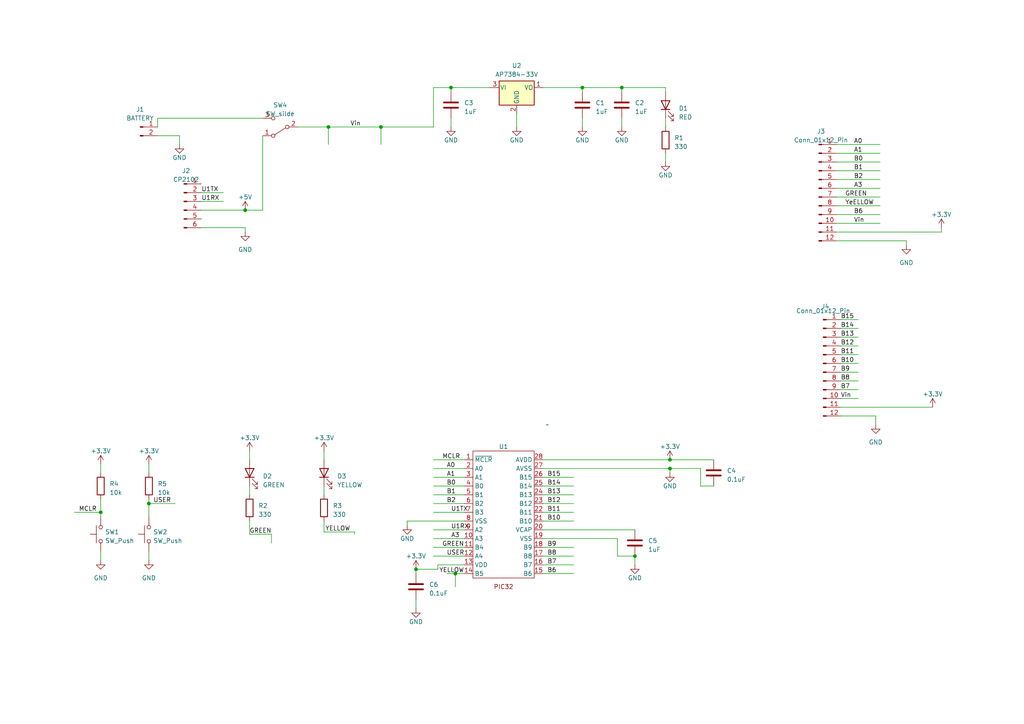
<source format=kicad_sch>
(kicad_sch (version 20230121) (generator eeschema)
  (paper "A4")
  (lib_symbols
    (symbol "Connector:Conn_01x02_Pin" (pin_names (offset 1.016) hide)
      (property "Reference" "J" (at 0 2.54 0))
      (property "Value" "Conn_01x02_Pin" (at 0 -5.08 0))
      (symbol "Conn_01x02_Pin_1_1"
        (polyline (pts (xy 1.27 -2.54) (xy 0.8636 -2.54)) (stroke (width 0.1524)))
        (polyline (pts (xy 1.27 0) (xy 0.8636 0)) (stroke (width 0.1524)))
        (rectangle (start 0.8636 -2.413) (end 0 -2.667) (stroke (width 0.1524)) (fill (type outline)))
        (rectangle (start 0.8636 0.127) (end 0 -0.127) (stroke (width 0.1524)) (fill (type outline)))
        (pin passive line (at 5.08 0 180) (length 3.81) (name "Pin_1") (number "1"))
        (pin passive line (at 5.08 -2.54 180) (length 3.81) (name "Pin_2") (number "2"))
      )
    )
    (symbol "Connector:Conn_01x06_Pin" (pin_names (offset 1.016) hide)
      (property "Reference" "J" (at 0 7.62 0))
      (property "Value" "Conn_01x06_Pin" (at 0 -10.16 0))
      (symbol "Conn_01x06_Pin_1_1"
        (polyline (pts (xy 1.27 -7.62) (xy 0.8636 -7.62)) (stroke (width 0.1524)))
        (polyline (pts (xy 1.27 -5.08) (xy 0.8636 -5.08)) (stroke (width 0.1524)))
        (polyline (pts (xy 1.27 -2.54) (xy 0.8636 -2.54)) (stroke (width 0.1524)))
        (polyline (pts (xy 1.27 0) (xy 0.8636 0)) (stroke (width 0.1524)))
        (polyline (pts (xy 1.27 2.54) (xy 0.8636 2.54)) (stroke (width 0.1524)))
        (polyline (pts (xy 1.27 5.08) (xy 0.8636 5.08)) (stroke (width 0.1524)))
        (rectangle (start 0.8636 -7.493) (end 0 -7.747) (stroke (width 0.1524)) (fill (type outline)))
        (rectangle (start 0.8636 -4.953) (end 0 -5.207) (stroke (width 0.1524)) (fill (type outline)))
        (rectangle (start 0.8636 -2.413) (end 0 -2.667) (stroke (width 0.1524)) (fill (type outline)))
        (rectangle (start 0.8636 0.127) (end 0 -0.127) (stroke (width 0.1524)) (fill (type outline)))
        (rectangle (start 0.8636 2.667) (end 0 2.413) (stroke (width 0.1524)) (fill (type outline)))
        (rectangle (start 0.8636 5.207) (end 0 4.953) (stroke (width 0.1524)) (fill (type outline)))
        (pin passive line (at 5.08 5.08 180) (length 3.81) (name "Pin_1") (number "1"))
        (pin passive line (at 5.08 2.54 180) (length 3.81) (name "Pin_2") (number "2"))
        (pin passive line (at 5.08 0 180) (length 3.81) (name "Pin_3") (number "3"))
        (pin passive line (at 5.08 -2.54 180) (length 3.81) (name "Pin_4") (number "4"))
        (pin passive line (at 5.08 -5.08 180) (length 3.81) (name "Pin_5") (number "5"))
        (pin passive line (at 5.08 -7.62 180) (length 3.81) (name "Pin_6") (number "6"))
      )
    )
    (symbol "Connector:Conn_01x12_Pin" (pin_names (offset 1.016) hide)
      (property "Reference" "J" (at 0 15.24 0))
      (property "Value" "Conn_01x12_Pin" (at 0 -17.78 0))
      (symbol "Conn_01x12_Pin_1_1"
        (polyline (pts (xy 1.27 -15.24) (xy 0.8636 -15.24)) (stroke (width 0.1524)))
        (polyline (pts (xy 1.27 -12.7) (xy 0.8636 -12.7)) (stroke (width 0.1524)))
        (polyline (pts (xy 1.27 -10.16) (xy 0.8636 -10.16)) (stroke (width 0.1524)))
        (polyline (pts (xy 1.27 -7.62) (xy 0.8636 -7.62)) (stroke (width 0.1524)))
        (polyline (pts (xy 1.27 -5.08) (xy 0.8636 -5.08)) (stroke (width 0.1524)))
        (polyline (pts (xy 1.27 -2.54) (xy 0.8636 -2.54)) (stroke (width 0.1524)))
        (polyline (pts (xy 1.27 0) (xy 0.8636 0)) (stroke (width 0.1524)))
        (polyline (pts (xy 1.27 2.54) (xy 0.8636 2.54)) (stroke (width 0.1524)))
        (polyline (pts (xy 1.27 5.08) (xy 0.8636 5.08)) (stroke (width 0.1524)))
        (polyline (pts (xy 1.27 7.62) (xy 0.8636 7.62)) (stroke (width 0.1524)))
        (polyline (pts (xy 1.27 10.16) (xy 0.8636 10.16)) (stroke (width 0.1524)))
        (polyline (pts (xy 1.27 12.7) (xy 0.8636 12.7)) (stroke (width 0.1524)))
        (rectangle (start 0.8636 -15.113) (end 0 -15.367) (stroke (width 0.1524)) (fill (type outline)))
        (rectangle (start 0.8636 -12.573) (end 0 -12.827) (stroke (width 0.1524)) (fill (type outline)))
        (rectangle (start 0.8636 -10.033) (end 0 -10.287) (stroke (width 0.1524)) (fill (type outline)))
        (rectangle (start 0.8636 -7.493) (end 0 -7.747) (stroke (width 0.1524)) (fill (type outline)))
        (rectangle (start 0.8636 -4.953) (end 0 -5.207) (stroke (width 0.1524)) (fill (type outline)))
        (rectangle (start 0.8636 -2.413) (end 0 -2.667) (stroke (width 0.1524)) (fill (type outline)))
        (rectangle (start 0.8636 0.127) (end 0 -0.127) (stroke (width 0.1524)) (fill (type outline)))
        (rectangle (start 0.8636 2.667) (end 0 2.413) (stroke (width 0.1524)) (fill (type outline)))
        (rectangle (start 0.8636 5.207) (end 0 4.953) (stroke (width 0.1524)) (fill (type outline)))
        (rectangle (start 0.8636 7.747) (end 0 7.493) (stroke (width 0.1524)) (fill (type outline)))
        (rectangle (start 0.8636 10.287) (end 0 10.033) (stroke (width 0.1524)) (fill (type outline)))
        (rectangle (start 0.8636 12.827) (end 0 12.573) (stroke (width 0.1524)) (fill (type outline)))
        (pin passive line (at 5.08 12.7 180) (length 3.81) (name "Pin_1") (number "1"))
        (pin passive line (at 5.08 -10.16 180) (length 3.81) (name "Pin_10") (number "10"))
        (pin passive line (at 5.08 -12.7 180) (length 3.81) (name "Pin_11") (number "11"))
        (pin passive line (at 5.08 -15.24 180) (length 3.81) (name "Pin_12") (number "12"))
        (pin passive line (at 5.08 10.16 180) (length 3.81) (name "Pin_2") (number "2"))
        (pin passive line (at 5.08 7.62 180) (length 3.81) (name "Pin_3") (number "3"))
        (pin passive line (at 5.08 5.08 180) (length 3.81) (name "Pin_4") (number "4"))
        (pin passive line (at 5.08 2.54 180) (length 3.81) (name "Pin_5") (number "5"))
        (pin passive line (at 5.08 0 180) (length 3.81) (name "Pin_6") (number "6"))
        (pin passive line (at 5.08 -2.54 180) (length 3.81) (name "Pin_7") (number "7"))
        (pin passive line (at 5.08 -5.08 180) (length 3.81) (name "Pin_8") (number "8"))
        (pin passive line (at 5.08 -7.62 180) (length 3.81) (name "Pin_9") (number "9"))
      )
    )
    (symbol "Switch:SW_Push" (pin_numbers hide) (pin_names (offset 1.016) hide)
      (property "Reference" "SW" (at 1.27 2.54 0))
      (property "Value" "SW_Push" (at 0 -1.524 0))
      (symbol "SW_Push_0_1"
        (circle (center -2.032 0) (radius 0.508))
        (polyline (pts (xy 0 1.27) (xy 0 3.048)))
        (polyline (pts (xy 2.54 1.27) (xy -2.54 1.27)))
        (circle (center 2.032 0) (radius 0.508))
        (pin passive line (at -5.08 0 0) (length 2.54) (name "1") (number "1"))
        (pin passive line (at 5.08 0 180) (length 2.54) (name "2") (number "2"))
      )
    )
    (symbol "Switch:SW_SPDT" (pin_names (offset 0) hide)
      (property "Reference" "SW" (at 0 4.318 0))
      (property "Value" "SW_SPDT" (at 0 -5.08 0))
      (symbol "SW_SPDT_0_0"
        (circle (center -2.032 0) (radius 0.508))
        (circle (center 2.032 -2.54) (radius 0.508))
      )
      (symbol "SW_SPDT_0_1"
        (polyline (pts (xy -1.524 0.254) (xy 1.651 2.286)))
        (circle (center 2.032 2.54) (radius 0.508))
      )
      (symbol "SW_SPDT_1_1"
        (pin passive line (at 5.08 2.54 180) (length 2.54) (name "A") (number "1"))
        (pin passive line (at -5.08 0 0) (length 2.54) (name "B") (number "2"))
        (pin passive line (at 5.08 -2.54 180) (length 2.54) (name "C") (number "3"))
      )
    )
    (symbol "hw4.2:AP7384-33V" (pin_names (offset 0.254))
      (property "Reference" "U" (at -3.81 3.175 0))
      (property "Value" "AP7384-33V" (at 0 3.175 0))
      (symbol "AP7384-33V_0_1"
        (rectangle (start -5.08 1.905) (end 5.08 -5.08) (stroke (width 0.254)) (fill (type background)))
      )
      (symbol "AP7384-33V_1_1"
        (pin power_out line (at 7.62 0 180) (length 2.54) (name "VO") (number "1"))
        (pin power_in line (at 0 -7.62 90) (length 2.54) (name "GND") (number "2"))
        (pin power_in line (at -7.62 0 0) (length 2.54) (name "VI") (number "3"))
      )
    )
    (symbol "hw4.2:C" (pin_numbers hide) (pin_names (offset 0.254))
      (property "Reference" "C" (at 0.635 2.54 0))
      (property "Value" "C" (at 0.635 -2.54 0))
      (symbol "C_0_1"
        (polyline (pts (xy -2.032 -0.762) (xy 2.032 -0.762)) (stroke (width 0.508)))
        (polyline (pts (xy -2.032 0.762) (xy 2.032 0.762)) (stroke (width 0.508)))
      )
      (symbol "C_1_1"
        (pin passive line (at 0 3.81 270) (length 2.794) (name "~") (number "1"))
        (pin passive line (at 0 -3.81 90) (length 2.794) (name "~") (number "2"))
      )
    )
    (symbol "hw4.2:GND" (power) (pin_names (offset 0))
      (property "Value" "GND" (at 0 -3.81 0))
      (symbol "GND_0_1"
        (polyline (pts (xy 0 0) (xy 0 -1.27) (xy 1.27 -1.27) (xy 0 -2.54) (xy -1.27 -1.27) (xy 0 -1.27)))
      )
    )
    (symbol "hw4.2:LED" (pin_numbers hide) (pin_names (offset 1.016) hide)
      (property "Reference" "D" (at 0 2.54 0))
      (property "Value" "LED" (at 0 -2.54 0))
      (symbol "LED_0_1"
        (polyline (pts (xy -1.27 -1.27) (xy -1.27 1.27)) (stroke (width 0.254)))
        (polyline (pts (xy -1.27 0) (xy 1.27 0)))
        (polyline (pts (xy 1.27 -1.27) (xy 1.27 1.27) (xy -1.27 0) (xy 1.27 -1.27)) (stroke (width 0.254)))
        (polyline (pts (xy -3.048 -0.762) (xy -4.572 -2.286) (xy -3.81 -2.286) (xy -4.572 -2.286) (xy -4.572 -1.524)))
        (polyline (pts (xy -1.778 -0.762) (xy -3.302 -2.286) (xy -2.54 -2.286) (xy -3.302 -2.286) (xy -3.302 -1.524)))
      )
      (symbol "LED_1_1"
        (pin passive line (at -3.81 0 0) (length 2.54) (name "K") (number "1"))
        (pin passive line (at 3.81 0 180) (length 2.54) (name "A") (number "2"))
      )
    )
    (symbol "hw4.2:PIC32"
      (property "Reference" "U" (at 15.24 22.86 0))
      (symbol "PIC32_0_1"
        (rectangle (start -8.89 17.78) (end 8.89 -19.05))
      )
      (symbol "PIC32_1_1"
        (text "PIC32" (at 0 -21.59 0) (effects (font (size 1.27 1.27))))
        (pin input line (at -11.43 15.24 0) (length 2.54) (name "~{MCLR}") (number "1"))
        (pin input line (at -11.43 -7.62 0) (length 2.54) (name "A3") (number "10"))
        (pin input line (at -11.43 -10.16 0) (length 2.54) (name "B4") (number "11"))
        (pin input line (at -11.43 -12.7 0) (length 2.54) (name "A4") (number "12"))
        (pin input line (at -11.43 -15.24 0) (length 2.54) (name "VDD") (number "13"))
        (pin input line (at -11.43 -17.78 0) (length 2.54) (name "B5") (number "14"))
        (pin input line (at 11.43 -17.78 180) (length 2.54) (name "B6") (number "15"))
        (pin input line (at 11.43 -15.24 180) (length 2.54) (name "B7") (number "16"))
        (pin input line (at 11.43 -12.7 180) (length 2.54) (name "B8") (number "17"))
        (pin input line (at 11.43 -10.16 180) (length 2.54) (name "B9") (number "18"))
        (pin input line (at 11.43 -7.62 180) (length 2.54) (name "VSS") (number "19"))
        (pin input line (at -11.43 12.7 0) (length 2.54) (name "A0") (number "2"))
        (pin input line (at 11.43 -5.08 180) (length 2.54) (name "VCAP") (number "20"))
        (pin input line (at 11.43 -2.54 180) (length 2.54) (name "B10") (number "21"))
        (pin input line (at 11.43 0 180) (length 2.54) (name "B11") (number "22"))
        (pin input line (at 11.43 2.54 180) (length 2.54) (name "B12") (number "23"))
        (pin input line (at 11.43 5.08 180) (length 2.54) (name "B13") (number "24"))
        (pin input line (at 11.43 7.62 180) (length 2.54) (name "B14") (number "25"))
        (pin input line (at 11.43 10.16 180) (length 2.54) (name "B15") (number "26"))
        (pin input line (at 11.43 12.7 180) (length 2.54) (name "AVSS") (number "27"))
        (pin input line (at 11.43 15.24 180) (length 2.54) (name "AVDD") (number "28"))
        (pin input line (at -11.43 10.16 0) (length 2.54) (name "A1") (number "3"))
        (pin input line (at -11.43 7.62 0) (length 2.54) (name "B0") (number "4"))
        (pin input line (at -11.43 5.08 0) (length 2.54) (name "B1") (number "5"))
        (pin input line (at -11.43 2.54 0) (length 2.54) (name "B2") (number "6"))
        (pin input line (at -11.43 0 0) (length 2.54) (name "B3") (number "7"))
        (pin input line (at -11.43 -2.54 0) (length 2.54) (name "VSS") (number "8"))
        (pin input line (at -11.43 -5.08 0) (length 2.54) (name "A2") (number "9"))
      )
    )
    (symbol "hw4.2:R" (pin_numbers hide) (pin_names (offset 0))
      (property "Reference" "R" (at -5.08 0 90))
      (property "Value" "330" (at 3.81 0 90))
      (symbol "R_0_1"
        (rectangle (start -1.016 -2.54) (end 1.016 2.54) (stroke (width 0.254)))
      )
      (symbol "R_1_1"
        (pin passive line (at 0 3.81 270) (length 1.27) (name "~") (number "1"))
        (pin passive line (at 0 -3.81 90) (length 1.27) (name "~") (number "2"))
      )
    )
    (symbol "hw4.2:R_10k" (pin_numbers hide) (pin_names (offset 0))
      (property "Reference" "R" (at -5.08 0 90))
      (property "Value" "R_10k" (at 3.81 0 90))
      (symbol "R_10k_0_1"
        (rectangle (start -1.016 -2.54) (end 1.016 2.54) (stroke (width 0.254)))
      )
      (symbol "R_10k_1_1"
        (pin passive line (at 0 3.81 270) (length 1.27) (name "~") (number "1"))
        (pin passive line (at 0 -3.81 90) (length 1.27) (name "~") (number "2"))
      )
    )
    (symbol "power:+3.3V" (power) (pin_names (offset 0))
      (property "Value" "+3.3V" (at 0 3.556 0))
      (symbol "+3.3V_0_1"
        (polyline (pts (xy -0.762 1.27) (xy 0 2.54)))
        (polyline (pts (xy 0 0) (xy 0 2.54)))
        (polyline (pts (xy 0 2.54) (xy 0.762 1.27)))
      )
      (symbol "+3.3V_1_1"
        (pin power_in line (at 0 0 90) (length 0) hide (name "+3.3V") (number "1"))
      )
    )
    (symbol "power:+5V" (power) (pin_names (offset 0))
      (property "Value" "+5V" (at 0 3.556 0))
      (symbol "+5V_0_1"
        (polyline (pts (xy -0.762 1.27) (xy 0 2.54)))
        (polyline (pts (xy 0 0) (xy 0 2.54)))
        (polyline (pts (xy 0 2.54) (xy 0.762 1.27)))
      )
      (symbol "+5V_1_1"
        (pin power_in line (at 0 0 90) (length 0) hide (name "+5V") (number "1"))
      )
    )
  )
  (junction (at 194.31 133.35))
  (junction (at 180.34 25.4))
  (junction (at 184.15 161.29))
  (junction (at 95.25 36.83))
  (junction (at 71.12 60.96))
  (junction (at 130.81 25.4))
  (junction (at 168.91 25.4))
  (junction (at 194.31 135.89))
  (junction (at 120.65 165.1))
  (junction (at 29.21 148.59))
  (junction (at 110.49 36.83))
  (junction (at 43.18 146.05))
  (junction (at 132.08 166.37))
  (wire (pts (xy 168.91 34.29) (xy 168.91 36.83)))
  (wire (pts (xy 132.08 166.37) (xy 134.62 166.37)))
  (wire (pts (xy 29.21 148.59) (xy 29.21 149.86)))
  (wire (pts (xy 93.98 154.305) (xy 93.98 151.13)))
  (wire (pts (xy 194.31 133.35) (xy 207.01 133.35)))
  (wire (pts (xy 243.84 105.41) (xy 248.92 105.41)))
  (wire (pts (xy 72.39 154.94) (xy 72.39 151.13)))
  (wire (pts (xy 132.08 166.37) (xy 132.08 170.18)))
  (wire (pts (xy 130.81 25.4) (xy 130.81 26.67)))
  (wire (pts (xy 180.34 25.4) (xy 180.34 26.67)))
  (wire (pts (xy 157.48 25.4) (xy 168.91 25.4)))
  (wire (pts (xy 242.57 49.53) (xy 255.27 49.53)))
  (wire (pts (xy 76.2 39.37) (xy 76.2 60.96)))
  (wire (pts (xy 43.18 134.62) (xy 43.18 137.16)))
  (wire (pts (xy 142.24 25.4) (xy 130.81 25.4)))
  (wire (pts (xy 149.86 33.02) (xy 149.86 36.83)))
  (wire (pts (xy 248.92 97.79) (xy 243.84 97.79)))
  (wire (pts (xy 93.98 140.97) (xy 93.98 143.51)))
  (wire (pts (xy 120.65 165.1) (xy 120.65 166.37)))
  (wire (pts (xy 157.48 153.67) (xy 184.15 153.67)))
  (wire (pts (xy 262.89 71.12) (xy 262.89 69.85)))
  (wire (pts (xy 102.87 154.305) (xy 102.87 154.94)))
  (wire (pts (xy 242.57 62.23) (xy 255.27 62.23)))
  (wire (pts (xy 86.36 36.83) (xy 95.25 36.83)))
  (wire (pts (xy 125.73 25.4) (xy 130.81 25.4)))
  (wire (pts (xy 29.21 160.02) (xy 29.21 162.56)))
  (wire (pts (xy 127 165.1) (xy 120.65 165.1)))
  (wire (pts (xy 157.48 156.21) (xy 179.07 156.21)))
  (wire (pts (xy 125.73 158.75) (xy 134.62 158.75)))
  (wire (pts (xy 102.87 154.305) (xy 93.98 154.305)))
  (wire (pts (xy 157.48 146.05) (xy 166.37 146.05)))
  (wire (pts (xy 179.07 156.21) (xy 179.07 161.29)))
  (wire (pts (xy 134.62 153.67) (xy 125.73 153.67)))
  (wire (pts (xy 125.73 36.83) (xy 125.73 25.4)))
  (wire (pts (xy 193.04 25.4) (xy 193.04 26.67)))
  (wire (pts (xy 203.2 135.89) (xy 194.31 135.89)))
  (wire (pts (xy 76.2 34.29) (xy 45.72 34.29)))
  (wire (pts (xy 129.54 166.37) (xy 132.08 166.37)))
  (wire (pts (xy 29.21 144.78) (xy 29.21 148.59)))
  (wire (pts (xy 43.18 146.05) (xy 43.18 149.86)))
  (wire (pts (xy 193.04 34.29) (xy 193.04 36.83)))
  (wire (pts (xy 243.84 118.11) (xy 270.51 118.11)))
  (wire (pts (xy 71.12 66.04) (xy 58.42 66.04)))
  (wire (pts (xy 254 123.19) (xy 254 120.65)))
  (wire (pts (xy 58.42 60.96) (xy 71.12 60.96)))
  (wire (pts (xy 248.92 95.25) (xy 243.84 95.25)))
  (wire (pts (xy 157.48 140.97) (xy 166.37 140.97)))
  (wire (pts (xy 134.62 156.21) (xy 125.73 156.21)))
  (wire (pts (xy 255.27 41.91) (xy 242.57 41.91)))
  (wire (pts (xy 255.27 44.45) (xy 242.57 44.45)))
  (wire (pts (xy 248.92 110.49) (xy 243.84 110.49)))
  (wire (pts (xy 248.92 100.33) (xy 243.84 100.33)))
  (wire (pts (xy 72.39 140.97) (xy 72.39 143.51)))
  (wire (pts (xy 64.77 58.42) (xy 58.42 58.42)))
  (wire (pts (xy 72.39 130.81) (xy 72.39 133.35)))
  (wire (pts (xy 166.37 151.13) (xy 157.48 151.13)))
  (wire (pts (xy 134.62 135.89) (xy 125.73 135.89)))
  (wire (pts (xy 242.57 59.69) (xy 255.27 59.69)))
  (wire (pts (xy 118.11 152.4) (xy 118.11 151.13)))
  (wire (pts (xy 125.73 143.51) (xy 134.62 143.51)))
  (wire (pts (xy 95.25 36.83) (xy 95.25 41.91)))
  (wire (pts (xy 120.65 173.99) (xy 120.65 176.53)))
  (wire (pts (xy 254 120.65) (xy 243.84 120.65)))
  (wire (pts (xy 273.05 66.04) (xy 273.05 67.31)))
  (wire (pts (xy 168.91 25.4) (xy 168.91 26.67)))
  (wire (pts (xy 134.62 140.97) (xy 125.73 140.97)))
  (wire (pts (xy 125.73 161.29) (xy 134.62 161.29)))
  (wire (pts (xy 255.27 46.99) (xy 242.57 46.99)))
  (wire (pts (xy 203.2 140.97) (xy 203.2 135.89)))
  (wire (pts (xy 78.74 157.48) (xy 78.74 154.94)))
  (wire (pts (xy 125.73 133.35) (xy 134.62 133.35)))
  (wire (pts (xy 273.05 67.31) (xy 242.57 67.31)))
  (wire (pts (xy 243.84 113.03) (xy 248.92 113.03)))
  (wire (pts (xy 134.62 148.59) (xy 125.73 148.59)))
  (wire (pts (xy 43.18 160.02) (xy 43.18 162.56)))
  (wire (pts (xy 157.48 161.29) (xy 166.37 161.29)))
  (wire (pts (xy 179.07 161.29) (xy 184.15 161.29)))
  (wire (pts (xy 127 163.83) (xy 127 165.1)))
  (wire (pts (xy 110.49 36.83) (xy 110.49 41.91)))
  (wire (pts (xy 110.49 36.83) (xy 125.73 36.83)))
  (wire (pts (xy 29.21 134.62) (xy 29.21 137.16)))
  (wire (pts (xy 78.74 154.94) (xy 72.39 154.94)))
  (wire (pts (xy 166.37 163.83) (xy 157.48 163.83)))
  (wire (pts (xy 242.57 57.15) (xy 255.27 57.15)))
  (wire (pts (xy 21.59 148.59) (xy 29.21 148.59)))
  (wire (pts (xy 243.84 115.57) (xy 248.92 115.57)))
  (wire (pts (xy 52.07 39.37) (xy 45.72 39.37)))
  (wire (pts (xy 157.48 133.35) (xy 194.31 133.35)))
  (wire (pts (xy 134.62 163.83) (xy 127 163.83)))
  (wire (pts (xy 242.57 64.77) (xy 255.27 64.77)))
  (wire (pts (xy 193.04 44.45) (xy 193.04 46.99)))
  (wire (pts (xy 255.27 54.61) (xy 242.57 54.61)))
  (wire (pts (xy 166.37 138.43) (xy 157.48 138.43)))
  (wire (pts (xy 52.07 41.91) (xy 52.07 39.37)))
  (wire (pts (xy 242.57 69.85) (xy 262.89 69.85)))
  (wire (pts (xy 194.31 135.89) (xy 194.31 137.16)))
  (wire (pts (xy 130.81 34.29) (xy 130.81 36.83)))
  (wire (pts (xy 168.91 25.4) (xy 180.34 25.4)))
  (wire (pts (xy 180.34 25.4) (xy 193.04 25.4)))
  (wire (pts (xy 95.25 36.83) (xy 110.49 36.83)))
  (wire (pts (xy 134.62 146.05) (xy 125.73 146.05)))
  (wire (pts (xy 184.15 161.29) (xy 184.15 163.83)))
  (wire (pts (xy 71.12 67.31) (xy 71.12 66.04)))
  (wire (pts (xy 255.27 52.07) (xy 242.57 52.07)))
  (wire (pts (xy 134.62 138.43) (xy 125.73 138.43)))
  (wire (pts (xy 157.48 143.51) (xy 166.37 143.51)))
  (wire (pts (xy 243.84 92.71) (xy 248.92 92.71)))
  (wire (pts (xy 58.42 55.88) (xy 64.77 55.88)))
  (wire (pts (xy 243.84 107.95) (xy 248.92 107.95)))
  (wire (pts (xy 166.37 166.37) (xy 157.48 166.37)))
  (wire (pts (xy 194.31 135.89) (xy 157.48 135.89)))
  (wire (pts (xy 93.98 130.81) (xy 93.98 133.35)))
  (wire (pts (xy 166.37 148.59) (xy 157.48 148.59)))
  (wire (pts (xy 207.01 140.97) (xy 203.2 140.97)))
  (wire (pts (xy 71.12 60.96) (xy 76.2 60.96)))
  (wire (pts (xy 180.34 34.29) (xy 180.34 36.83)))
  (wire (pts (xy 45.72 34.29) (xy 45.72 36.83)))
  (wire (pts (xy 43.18 144.78) (xy 43.18 146.05)))
  (wire (pts (xy 243.84 102.87) (xy 248.92 102.87)))
  (wire (pts (xy 166.37 158.75) (xy 157.48 158.75)))
  (wire (pts (xy 50.8 146.05) (xy 43.18 146.05)))
  (wire (pts (xy 118.11 151.13) (xy 134.62 151.13)))
  (label "B11" (at 158.75 148.59 0))
  (label "YELLOW" (at 101.6 154.305 180))
  (label "Vin" (at 247.65 64.77 0))
  (label "A0" (at 247.65 41.91 0))
  (label "U1TX" (at 130.81 148.59 0))
  (label "B0" (at 129.54 140.97 0))
  (label "U1RX" (at 58.42 58.42 0))
  (label "GREEN" (at 245.11 57.15 0))
  (label "A1" (at 129.54 138.43 0))
  (label "GREEN" (at 78.74 154.94 180))
  (label "B2" (at 247.65 52.07 0))
  (label "B0" (at 247.65 46.99 0))
  (label "B15" (at 158.75 138.43 0))
  (label "B12" (at 158.75 146.05 0))
  (label "GREEN" (at 134.62 158.75 180))
  (label "YeELLOW" (at 245.11 59.69 0))
  (label "Vin" (at 101.6 36.83 0))
  (label "B9" (at 158.75 158.75 0))
  (label "B1" (at 129.54 143.51 0))
  (label "B1" (at 247.65 49.53 0))
  (label "B10" (at 158.75 151.13 0))
  (label "A3" (at 247.65 54.61 0))
  (label "U1RX" (at 130.81 153.67 0))
  (label "YELLOW" (at 134.62 166.37 180))
  (label "B13" (at 243.84 97.79 0))
  (label "B2" (at 129.54 146.05 0))
  (label "MCLR" (at 22.86 148.59 0))
  (label "B11" (at 243.84 102.87 0))
  (label "B7" (at 158.75 163.83 0))
  (label "B12" (at 243.84 100.33 0))
  (label "B14" (at 243.84 95.25 0))
  (label "B13" (at 158.75 143.51 0))
  (label "USER" (at 44.45 146.05 0))
  (label "USER" (at 129.54 161.29 0))
  (label "B9" (at 243.84 107.95 0))
  (label "B15" (at 243.84 92.71 0))
  (label "B6" (at 158.75 166.37 0))
  (label "B14" (at 158.75 140.97 0))
  (label "B8" (at 158.75 161.29 0))
  (label "A0" (at 129.54 135.89 0))
  (label "MCLR" (at 128.27 133.35 0))
  (label "A3" (at 130.81 156.21 0))
  (label "B10" (at 243.84 105.41 0))
  (label "A1" (at 247.65 44.45 0))
  (label "Vin" (at 243.84 115.57 0))
  (label "U1TX" (at 58.42 55.88 0))
  (label "B7" (at 243.84 113.03 0))
  (label "B6" (at 247.65 62.23 0))
  (label "B8" (at 243.84 110.49 0))
  (symbol (lib_id "hw4.2:GND") (at 118.11 152.4 0) (unit 1)
    (property "Reference" "#PWR05" (effects hide))
    (property "Value" "GND" (at 118.11 156.21 0))
  )
  (symbol (lib_id "hw4.2:C") (at 207.01 137.16 0) (unit 1)
    (property "Reference" "C4" (at 210.82 136.525 0) (effects (justify left)))
    (property "Value" "0.1uF" (at 210.82 139.065 0) (effects (justify left)))
  )
  (symbol (lib_id "hw4.2:GND") (at 254 123.19 0) (unit 1)
    (property "Reference" "#PWR023" (effects hide))
    (property "Value" "GND" (at 254 128.27 0))
  )
  (symbol (lib_id "power:+3.3V") (at 273.05 66.04 0) (unit 1)
    (property "Reference" "#PWR021" (effects hide))
    (property "Value" "+3.3V" (at 273.05 62.23 0))
  )
  (symbol (lib_id "hw4.2:C") (at 120.65 170.18 0) (unit 1)
    (property "Reference" "C6" (at 124.46 169.545 0) (effects (justify left)))
    (property "Value" "0.1uF" (at 124.46 172.085 0) (effects (justify left)))
  )
  (symbol (lib_id "hw4.2:AP7384-33V") (at 149.86 25.4 0) (unit 1)
    (property "Reference" "U2" (at 149.86 19.05 0))
    (property "Value" "AP7384-33V" (at 149.86 21.59 0))
  )
  (symbol (lib_id "Connector:Conn_01x02_Pin") (at 40.64 36.83 0) (unit 1)
    (property "Reference" "J1" (at 40.64 31.75 0))
    (property "Value" "BATTERY" (at 40.64 34.29 0))
  )
  (symbol (lib_id "Switch:SW_Push") (at 43.18 154.94 90) (unit 1)
    (property "Reference" "SW2" (at 44.45 154.305 90) (effects (justify right)))
    (property "Value" "SW_Push" (at 44.45 156.845 90) (effects (justify right)))
  )
  (symbol (lib_id "power:+3.3V") (at 43.18 134.62 0) (unit 1)
    (property "Reference" "#PWR015" (effects hide))
    (property "Value" "+3.3V" (at 43.18 130.81 0))
  )
  (symbol (lib_id "hw4.2:LED") (at 193.04 30.48 90) (unit 1)
    (property "Reference" "D1" (at 196.85 31.4325 90) (effects (justify right)))
    (property "Value" "RED" (at 196.85 33.9725 90) (effects (justify right)))
  )
  (symbol (lib_id "hw4.2:GND") (at 184.15 163.83 0) (unit 1)
    (property "Reference" "#PWR08" (effects hide))
    (property "Value" "GND" (at 184.15 167.64 0))
  )
  (symbol (lib_id "hw4.2:GND") (at 262.89 71.12 0) (unit 1)
    (property "Reference" "#PWR022" (effects hide))
    (property "Value" "GND" (at 262.89 76.2 0))
  )
  (symbol (lib_id "power:+3.3V") (at 120.65 165.1 0) (unit 1)
    (property "Reference" "#PWR09" (effects hide))
    (property "Value" "+3.3V" (at 120.65 161.29 0))
  )
  (symbol (lib_id "hw4.2:R_10k") (at 29.21 140.97 0) (unit 1)
    (property "Reference" "R4" (at 31.75 140.335 0) (effects (justify left)))
    (property "Value" "10k" (at 31.75 142.875 0) (effects (justify left)))
  )
  (symbol (lib_id "hw4.2:C") (at 168.91 30.48 0) (unit 1)
    (property "Reference" "C1" (at 172.72 29.845 0) (effects (justify left)))
    (property "Value" "1uF" (at 172.72 32.385 0) (effects (justify left)))
  )
  (symbol (lib_id "hw4.2:R") (at 93.98 147.32 0) (unit 1)
    (property "Reference" "R3" (at 96.52 146.685 0) (effects (justify left)))
    (property "Value" "330" (at 96.52 149.225 0) (effects (justify left)))
  )
  (symbol (lib_id "hw4.2:GND") (at 71.12 67.31 0) (unit 1)
    (property "Reference" "#PWR020" (effects hide))
    (property "Value" "GND" (at 71.12 72.39 0))
  )
  (symbol (lib_id "hw4.2:R_10k") (at 43.18 140.97 0) (unit 1)
    (property "Reference" "R5" (at 45.72 140.335 0) (effects (justify left)))
    (property "Value" "10k" (at 45.72 142.875 0) (effects (justify left)))
  )
  (symbol (lib_id "hw4.2:GND") (at 180.34 36.83 0) (unit 1)
    (property "Reference" "#PWR02" (effects hide))
    (property "Value" "GND" (at 180.34 40.64 0))
  )
  (symbol (lib_id "hw4.2:C") (at 130.81 30.48 0) (unit 1)
    (property "Reference" "C3" (at 134.62 29.845 0) (effects (justify left)))
    (property "Value" "1uF" (at 134.62 32.385 0) (effects (justify left)))
  )
  (symbol (lib_id "hw4.2:GND") (at 29.21 162.56 0) (unit 1)
    (property "Reference" "#PWR017" (effects hide))
    (property "Value" "GND" (at 29.21 167.64 0))
  )
  (symbol (lib_id "Switch:SW_Push") (at 29.21 154.94 90) (unit 1)
    (property "Reference" "SW1" (at 30.48 154.305 90) (effects (justify right)))
    (property "Value" "SW_Push" (at 30.48 156.845 90) (effects (justify right)))
  )
  (symbol (lib_id "power:+3.3V") (at 194.31 133.35 0) (unit 1)
    (property "Reference" "#PWR06" (effects hide))
    (property "Value" "+3.3V" (at 194.31 129.54 0))
  )
  (symbol (lib_id "hw4.2:LED") (at 72.39 137.16 90) (unit 1)
    (property "Reference" "D2" (at 76.2 138.1125 90) (effects (justify right)))
    (property "Value" "GREEN" (at 76.2 140.6525 90) (effects (justify right)))
  )
  (symbol (lib_id "hw4.2:LED") (at 93.98 137.16 90) (unit 1)
    (property "Reference" "D3" (at 97.79 138.1125 90) (effects (justify right)))
    (property "Value" "YELLOW" (at 97.79 140.6525 90) (effects (justify right)))
  )
  (symbol (lib_id "hw4.2:GND") (at 120.65 176.53 0) (unit 1)
    (property "Reference" "#PWR010" (effects hide))
    (property "Value" "GND" (at 120.65 180.34 0))
  )
  (symbol (lib_id "hw4.2:GND") (at 193.04 46.99 0) (unit 1)
    (property "Reference" "#PWR011" (effects hide))
    (property "Value" "GND" (at 193.04 50.8 0))
  )
  (symbol (lib_id "hw4.2:GND") (at 194.31 137.16 0) (unit 1)
    (property "Reference" "#PWR07" (effects hide))
    (property "Value" "GND" (at 194.31 140.97 0))
  )
  (symbol (lib_id "hw4.2:GND") (at 149.86 36.83 0) (unit 1)
    (property "Reference" "#PWR04" (effects hide))
    (property "Value" "GND" (at 149.86 40.64 0))
  )
  (symbol (lib_id "hw4.2:GND") (at 52.07 41.91 0) (unit 1)
    (property "Reference" "#PWR018" (effects hide))
    (property "Value" "GND" (at 52.07 45.72 0))
  )
  (symbol (lib_id "hw4.2:C") (at 180.34 30.48 0) (unit 1)
    (property "Reference" "C2" (at 184.15 29.845 0) (effects (justify left)))
    (property "Value" "1uF" (at 184.15 32.385 0) (effects (justify left)))
  )
  (symbol (lib_id "hw4.2:GND") (at 43.18 162.56 0) (unit 1)
    (property "Reference" "#PWR016" (effects hide))
    (property "Value" "GND" (at 43.18 167.64 0))
  )
  (symbol (lib_id "power:+3.3V") (at 93.98 130.81 0) (unit 1)
    (property "Reference" "#PWR013" (effects hide))
    (property "Value" "+3.3V" (at 93.98 127 0))
  )
  (symbol (lib_id "power:+3.3V") (at 29.21 134.62 0) (unit 1)
    (property "Reference" "#PWR014" (effects hide))
    (property "Value" "+3.3V" (at 29.21 130.81 0))
  )
  (symbol (lib_id "power:+3.3V") (at 72.39 130.81 0) (unit 1)
    (property "Reference" "#PWR012" (effects hide))
    (property "Value" "+3.3V" (at 72.39 127 0))
  )
  (symbol (lib_id "Connector:Conn_01x12_Pin") (at 238.76 105.41 0) (unit 1)
    (property "Reference" "J4" (at 239.395 88.9 0))
    (property "Value" "Conn_01x12_Pin" (at 238.76 90.17 0))
  )
  (symbol (lib_id "Switch:SW_SPDT") (at 81.28 36.83 180) (unit 1)
    (property "Reference" "SW4" (at 81.28 30.48 0))
    (property "Value" "SW_silde" (at 81.28 33.02 0))
  )
  (symbol (lib_id "power:+3.3V") (at 270.51 118.11 0) (unit 1)
    (property "Reference" "#PWR024" (effects hide))
    (property "Value" "+3.3V" (at 270.51 114.3 0))
  )
  (symbol (lib_id "power:+5V") (at 71.12 60.96 0) (unit 1)
    (property "Reference" "#PWR019" (effects hide))
    (property "Value" "+5V" (at 71.12 57.15 0))
  )
  (symbol (lib_id "Connector:Conn_01x06_Pin") (at 53.34 58.42 0) (unit 1)
    (property "Reference" "J2" (at 53.975 49.53 0))
    (property "Value" "CP2102" (at 53.975 52.07 0))
  )
  (symbol (lib_id "hw4.2:R") (at 193.04 40.64 0) (unit 1)
    (property "Reference" "R1" (at 195.58 40.005 0) (effects (justify left)))
    (property "Value" "330" (at 195.58 42.545 0) (effects (justify left)))
  )
  (symbol (lib_id "Connector:Conn_01x12_Pin") (at 237.49 54.61 0) (unit 1)
    (property "Reference" "J3" (at 238.125 38.1 0))
    (property "Value" "Conn_01x12_Pin" (at 238.125 40.64 0))
  )
  (symbol (lib_id "hw4.2:PIC32") (at 146.05 148.59 0) (unit 1)
    (property "Reference" "U1" (at 146.05 129.54 0))
    (property "Value" "~" (at 158.75 123.19 0))
  )
  (symbol (lib_id "hw4.2:C") (at 184.15 157.48 0) (unit 1)
    (property "Reference" "C5" (at 187.96 156.845 0) (effects (justify left)))
    (property "Value" "1uF" (at 187.96 159.385 0) (effects (justify left)))
  )
  (symbol (lib_id "hw4.2:GND") (at 168.91 36.83 0) (unit 1)
    (property "Reference" "#PWR01" (effects hide))
    (property "Value" "GND" (at 168.91 40.64 0))
  )
  (symbol (lib_id "hw4.2:R") (at 72.39 147.32 0) (unit 1)
    (property "Reference" "R2" (at 74.93 146.685 0) (effects (justify left)))
    (property "Value" "330" (at 74.93 149.225 0) (effects (justify left)))
  )
  (symbol (lib_id "hw4.2:GND") (at 130.81 36.83 0) (unit 1)
    (property "Reference" "#PWR03" (effects hide))
    (property "Value" "GND" (at 130.81 40.64 0))
  )
)
</source>
